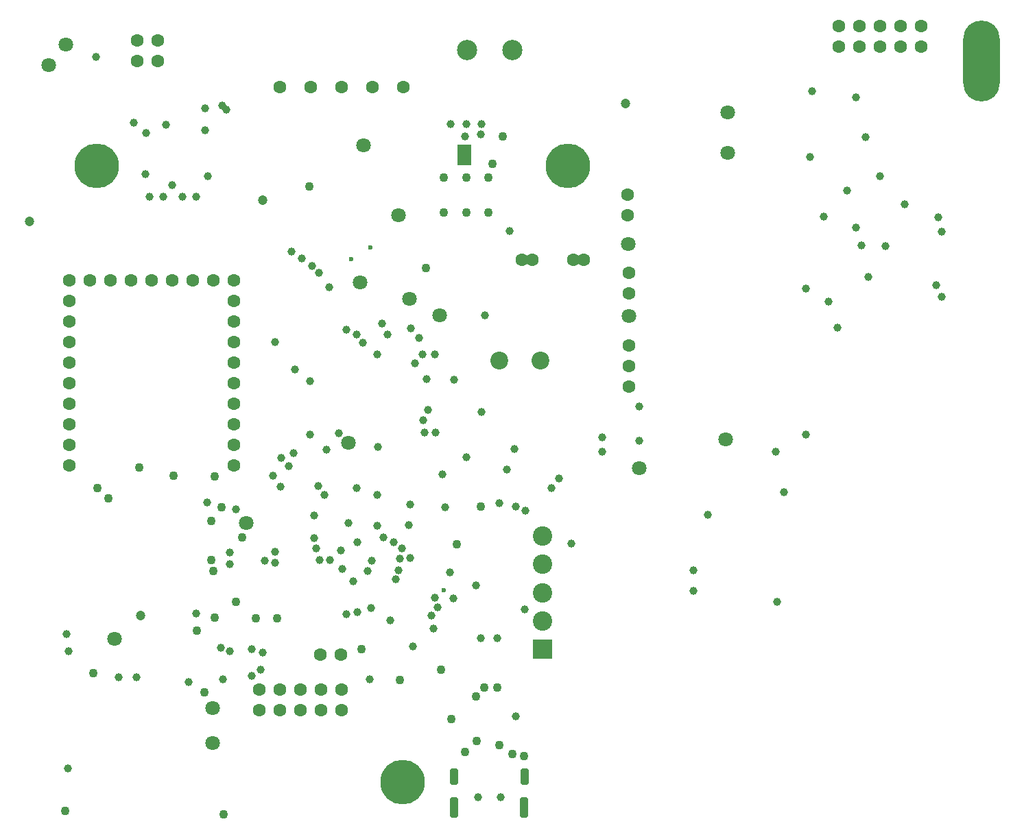
<source format=gbr>
%TF.GenerationSoftware,KiCad,Pcbnew,7.0.8*%
%TF.CreationDate,2024-06-17T23:50:33+02:00*%
%TF.ProjectId,Stima V4 Master,5374696d-6120-4563-9420-4d6173746572,rev?*%
%TF.SameCoordinates,Original*%
%TF.FileFunction,Copper,L5,Inr*%
%TF.FilePolarity,Positive*%
%FSLAX46Y46*%
G04 Gerber Fmt 4.6, Leading zero omitted, Abs format (unit mm)*
G04 Created by KiCad (PCBNEW 7.0.8) date 2024-06-17 23:50:33*
%MOMM*%
%LPD*%
G01*
G04 APERTURE LIST*
G04 Aperture macros list*
%AMRoundRect*
0 Rectangle with rounded corners*
0 $1 Rounding radius*
0 $2 $3 $4 $5 $6 $7 $8 $9 X,Y pos of 4 corners*
0 Add a 4 corners polygon primitive as box body*
4,1,4,$2,$3,$4,$5,$6,$7,$8,$9,$2,$3,0*
0 Add four circle primitives for the rounded corners*
1,1,$1+$1,$2,$3*
1,1,$1+$1,$4,$5*
1,1,$1+$1,$6,$7*
1,1,$1+$1,$8,$9*
0 Add four rect primitives between the rounded corners*
20,1,$1+$1,$2,$3,$4,$5,0*
20,1,$1+$1,$4,$5,$6,$7,0*
20,1,$1+$1,$6,$7,$8,$9,0*
20,1,$1+$1,$8,$9,$2,$3,0*%
G04 Aperture macros list end*
%TA.AperFunction,ComponentPad*%
%ADD10O,4.500000X10.000000*%
%TD*%
%TA.AperFunction,ComponentPad*%
%ADD11C,5.500000*%
%TD*%
%TA.AperFunction,ComponentPad*%
%ADD12C,1.800000*%
%TD*%
%TA.AperFunction,ComponentPad*%
%ADD13R,2.400000X2.400000*%
%TD*%
%TA.AperFunction,ComponentPad*%
%ADD14C,2.400000*%
%TD*%
%TA.AperFunction,ComponentPad*%
%ADD15C,1.600000*%
%TD*%
%TA.AperFunction,ComponentPad*%
%ADD16RoundRect,0.250000X-0.250000X0.750000X-0.250000X-0.750000X0.250000X-0.750000X0.250000X0.750000X0*%
%TD*%
%TA.AperFunction,ComponentPad*%
%ADD17RoundRect,0.250000X-0.250000X1.000000X-0.250000X-1.000000X0.250000X-1.000000X0.250000X1.000000X0*%
%TD*%
%TA.AperFunction,ComponentPad*%
%ADD18C,1.000000*%
%TD*%
%TA.AperFunction,ComponentPad*%
%ADD19C,0.600000*%
%TD*%
%TA.AperFunction,ComponentPad*%
%ADD20R,1.800000X2.600000*%
%TD*%
%TA.AperFunction,ComponentPad*%
%ADD21C,1.200000*%
%TD*%
%TA.AperFunction,ComponentPad*%
%ADD22C,2.200000*%
%TD*%
%TA.AperFunction,ComponentPad*%
%ADD23C,2.500000*%
%TD*%
%TA.AperFunction,ViaPad*%
%ADD24C,1.000000*%
%TD*%
%TA.AperFunction,ViaPad*%
%ADD25C,1.100000*%
%TD*%
%TA.AperFunction,ViaPad*%
%ADD26C,0.600000*%
%TD*%
%TA.AperFunction,ViaPad*%
%ADD27C,1.200000*%
%TD*%
G04 APERTURE END LIST*
D10*
%TO.N,unconnected-(A3-A-Pad1)*%
%TO.C,A3*%
X204203900Y-60769980D03*
%TD*%
D11*
%TO.N,unconnected-(A4-A-Pad1)*%
%TO.C,A4*%
X94983180Y-73698100D03*
%TD*%
%TO.N,unconnected-(A1-A-Pad1)*%
%TO.C,A1*%
X153124020Y-73698100D03*
%TD*%
%TO.N,unconnected-(A2-A-Pad1)*%
%TO.C,A2*%
X132702180Y-149771100D03*
%TD*%
D12*
%TO.N,GND*%
%TO.C,GND1*%
X160541790Y-83363940D03*
%TD*%
%TO.N,PB14{slash}I2C2_SDA*%
%TO.C,TP9*%
X109233790Y-144958940D03*
%TD*%
D13*
%TO.N,Net-(FIL4-Pad2)*%
%TO.C,J5*%
X149950380Y-133411900D03*
D14*
%TO.N,Net-(FIL2-Pad2)*%
X149950380Y-129911900D03*
%TO.N,Net-(FIL5-Pad2)*%
X149950380Y-126411900D03*
%TO.N,Net-(FIL3-Pad2)*%
X149950380Y-122911900D03*
%TO.N,EGND*%
X149950380Y-119411900D03*
%TD*%
D15*
%TO.N,/Stima V4 Master_Can_RS232/USART2_RX*%
%TO.C,JP3*%
X160617260Y-95872300D03*
%TO.N,PD6{slash}232_RX*%
X160617260Y-98412300D03*
%TO.N,Net-(U9-RO1)*%
X160617260Y-100952300D03*
%TD*%
D12*
%TO.N,Net-(U1A-PE10)*%
%TO.C,TP7*%
X125997790Y-107874940D03*
%TD*%
D15*
%TO.N,+5V*%
%TO.C,J7*%
X115049180Y-140881100D03*
%TO.N,PB10{slash}I2C2_SCL*%
X115049180Y-138341100D03*
%TO.N,GND*%
X117589180Y-140881100D03*
%TO.N,PB14{slash}I2C2_SDA*%
X117589180Y-138341100D03*
%TO.N,ENC_A*%
X120129180Y-140881100D03*
%TO.N,-RES_DISP*%
X120129180Y-138341100D03*
%TO.N,ENC_B*%
X122669180Y-140881100D03*
%TO.N,unconnected-(J7-Pad8)*%
X122669180Y-138341100D03*
%TO.N,KEY1*%
X125209180Y-140881100D03*
%TO.N,EN+5VE*%
X125209180Y-138341100D03*
%TD*%
D12*
%TO.N,Net-(U1A-PA8)*%
%TO.C,MCO1*%
X113424790Y-117780940D03*
%TD*%
D16*
%TO.N,*%
%TO.C,J6*%
X139101780Y-149110700D03*
D17*
X139101780Y-152920700D03*
D18*
X142021580Y-151625300D03*
X144816780Y-151625300D03*
D17*
X147737780Y-152920700D03*
D16*
X147763180Y-149110700D03*
%TD*%
D19*
%TO.N,GND*%
%TO.C,U12*%
X139840980Y-71417500D03*
X139840980Y-72306500D03*
X139840980Y-73195500D03*
X140348980Y-71417500D03*
D20*
X140348980Y-72306500D03*
D19*
X140348980Y-73195500D03*
X140856980Y-71417500D03*
X140856980Y-72306500D03*
X140856980Y-73195500D03*
%TD*%
D12*
%TO.N,BUZZER*%
%TO.C,TP2*%
X137300790Y-92126940D03*
%TD*%
D15*
%TO.N,Net-(JP2-Pad1)*%
%TO.C,JP2*%
X102476180Y-60742500D03*
%TO.N,/Stima V4 Master_Can_RS232/CANL*%
X99936180Y-60742500D03*
%TD*%
D12*
%TO.N,+3V3D*%
%TO.C,+3V3D1*%
X172809020Y-67094100D03*
%TD*%
%TO.N,PB10{slash}I2C2_SCL*%
%TO.C,TP8*%
X109233790Y-140640940D03*
%TD*%
%TO.N,+3V3SDC*%
%TO.C,+3V3SDC1*%
X97168790Y-132131940D03*
%TD*%
%TO.N,PD6{slash}232_RX*%
%TO.C,TP6*%
X160642180Y-92240100D03*
%TD*%
D21*
%TO.N,Net-(DL1-K)*%
%TO.C,J8*%
X160261180Y-65951100D03*
%TD*%
D12*
%TO.N,CAN1_RX*%
%TO.C,TP4*%
X91173180Y-58712100D03*
%TD*%
%TO.N,+5V*%
%TO.C,+5V1*%
X132169020Y-79794100D03*
%TD*%
D15*
%TO.N,Net-(BATT1-Pad1)*%
%TO.C,BATT1*%
X160642180Y-89446100D03*
%TO.N,Net-(U1B-VBAT)*%
X160642180Y-86906100D03*
%TD*%
%TO.N,+5V*%
%TO.C,BZ1*%
X155080780Y-85268940D03*
X153810780Y-85268940D03*
%TO.N,Net-(BZ1--)*%
X148730780Y-85268940D03*
X147460780Y-85268940D03*
%TD*%
D12*
%TO.N,/Stima V4 Master_Display&SDC/+12VD*%
%TO.C,+12VD1*%
X172809020Y-72047100D03*
%TD*%
%TO.N,CAN1_TX*%
%TO.C,TP3*%
X89014180Y-61252100D03*
%TD*%
D15*
%TO.N,+5V*%
%TO.C,JP4*%
X160490020Y-79794100D03*
%TO.N,Net-(JP4-Pad2)*%
X160490020Y-77254100D03*
%TD*%
%TO.N,/Stima V4 Master_Can_RS232/CANH*%
%TO.C,JP1*%
X99936180Y-58204100D03*
%TO.N,Net-(JP1-Pad2)*%
X102476180Y-58204100D03*
%TD*%
D22*
%TO.N,Net-(C15-Pad1)*%
%TO.C,C15*%
X149746790Y-97714940D03*
%TO.N,GND*%
X144666710Y-97715020D03*
%TD*%
D23*
%TO.N,Net-(D1-A)*%
%TO.C,J9*%
X146291900Y-59372980D03*
%TO.N,EGND*%
X140703900Y-59372980D03*
%TD*%
D15*
%TO.N,+5V*%
%TO.C,U8*%
X91529020Y-110655100D03*
%TO.N,+3V3*%
X91529020Y-108115100D03*
%TO.N,SPI1_NSS*%
X91529020Y-105575100D03*
%TO.N,UPIN27_D8*%
X91529020Y-103035100D03*
%TO.N,UPIN27_D9*%
X91529020Y-100495100D03*
%TO.N,UPIN27_D10*%
X91529020Y-97955100D03*
%TO.N,SPI1_MOSI*%
X91529020Y-95415100D03*
%TO.N,SPI1_MISO*%
X91529020Y-92875100D03*
%TO.N,SPI1_CLK*%
X91529020Y-90335100D03*
%TO.N,unconnected-(U8-REF-Pad10)*%
X91529020Y-87795100D03*
%TO.N,UPIN27_PC4*%
X94069020Y-87795100D03*
%TO.N,UPIN27_PC0*%
X96609020Y-87795100D03*
%TO.N,UPIN27_PC3*%
X99149020Y-87795100D03*
%TO.N,unconnected-(U8-A3-Pad14)*%
X101689020Y-87795100D03*
%TO.N,I2C1_SDA*%
X104229020Y-87795100D03*
%TO.N,I2C1_SCL*%
X106769020Y-87795100D03*
%TO.N,unconnected-(U8-A6-Pad17)*%
X109309020Y-87795100D03*
%TO.N,unconnected-(U8-A7-Pad18)*%
X111849020Y-87795100D03*
%TO.N,/Stima V4 Master_Can_RS232/USART2_RX*%
X111849020Y-90335100D03*
%TO.N,PD5{slash}232_TX*%
X111849020Y-92875100D03*
%TO.N,USART1_RX*%
X111849020Y-95415100D03*
%TO.N,USART1_TX*%
X111849020Y-97955100D03*
%TO.N,UPIN27_D4*%
X111849020Y-100495100D03*
%TO.N,UPIN27_D5*%
X111849020Y-103035100D03*
%TO.N,UPIN27_D6*%
X111849020Y-105575100D03*
%TO.N,/Stima V4 Master_Can_RS232/RST*%
X111849020Y-108115100D03*
%TO.N,GND*%
X111849020Y-110655100D03*
%TD*%
D12*
%TO.N,+3V3*%
%TO.C,+3V3*%
X133603950Y-90146710D03*
%TD*%
D15*
%TO.N,Net-(U1B-PH3{slash}BOOT0)*%
%TO.C,BOOT1*%
X125108790Y-134036940D03*
%TO.N,+3V3*%
X122568790Y-134036940D03*
%TD*%
D12*
%TO.N,Net-(D2-K)*%
%TO.C,+5VM1*%
X127470020Y-88049100D03*
%TD*%
D15*
%TO.N,+5V*%
%TO.C,J7'1*%
X186525020Y-56426100D03*
%TO.N,PB10{slash}I2C2_SCL*%
X186525020Y-58966100D03*
%TO.N,GND*%
X189065020Y-56426100D03*
%TO.N,PB14{slash}I2C2_SDA*%
X189065020Y-58966100D03*
%TO.N,ENC_A*%
X191605020Y-56426100D03*
%TO.N,-RES_DISP*%
X191605020Y-58966100D03*
%TO.N,ENC_B*%
X194145020Y-56426100D03*
%TO.N,unconnected-(J7'1-Pad8)*%
X194145020Y-58966100D03*
%TO.N,KEY1*%
X196685020Y-56426100D03*
%TO.N,EN+5VE*%
X196685020Y-58966100D03*
%TD*%
D12*
%TO.N,PD5{slash}232_TX*%
%TO.C,TP5*%
X161938790Y-111049940D03*
%TD*%
%TO.N,EN+5VE*%
%TO.C,TP1*%
X172555020Y-107480100D03*
%TD*%
D15*
%TO.N,/Stima V4 Master_Can_RS232/CANL*%
%TO.C,J4*%
X132804020Y-63919100D03*
%TO.N,EGND*%
X128994020Y-63919100D03*
%TO.N,+AL*%
X125184020Y-63919100D03*
%TO.N,EGND*%
X121374020Y-63919100D03*
%TO.N,/Stima V4 Master_Can_RS232/CANH*%
X117564020Y-63919100D03*
%TD*%
D12*
%TO.N,+12V*%
%TO.C,+12V1*%
X127851020Y-71158100D03*
%TD*%
D24*
%TO.N,SDMMC1_CK*%
X123076790Y-114351940D03*
X123711790Y-122352940D03*
%TO.N,GND*%
X191656790Y-74981940D03*
X186398020Y-93637100D03*
D25*
X127648790Y-133401940D03*
D24*
X183020790Y-72568940D03*
D25*
X140626980Y-79438500D03*
D24*
X142481180Y-68491100D03*
X178905020Y-127546100D03*
D25*
X137832980Y-75120500D03*
X143293980Y-75120500D03*
X137832980Y-79438500D03*
D24*
X161938790Y-107620940D03*
X97676790Y-136830940D03*
D25*
X139407780Y-120383300D03*
D24*
X108318180Y-66586100D03*
X136766180Y-106591100D03*
X141745790Y-125527940D03*
X188684020Y-81318100D03*
X101474020Y-77481490D03*
D25*
X142380790Y-115748940D03*
D24*
X133998790Y-133020940D03*
X189878790Y-70155940D03*
D25*
X108217790Y-138735940D03*
D24*
X140449180Y-70013500D03*
D25*
X114567790Y-129591940D03*
D24*
X121298790Y-106858940D03*
D25*
X135559990Y-86311310D03*
X94501790Y-136322940D03*
X100216790Y-110922940D03*
X147688180Y-146596100D03*
D24*
X178778020Y-109004100D03*
X138570790Y-123876940D03*
X103506020Y-68591490D03*
X119393790Y-98857940D03*
X146545900Y-108648980D03*
X136665790Y-96952940D03*
X99555180Y-68364100D03*
X142888790Y-92126940D03*
X91199790Y-131496940D03*
X168618020Y-126149100D03*
X140576180Y-68491100D03*
X142354180Y-69761100D03*
D25*
X109106790Y-117526940D03*
D24*
X182461020Y-88811100D03*
D25*
X91046180Y-153327100D03*
D24*
X146698790Y-141656940D03*
D25*
X138697790Y-142037940D03*
X121195980Y-76263500D03*
X140626980Y-75120500D03*
D24*
X138671180Y-68491100D03*
D25*
X143293980Y-79438500D03*
D26*
X128766780Y-83729500D03*
X126328380Y-85202700D03*
D25*
X110629580Y-153809700D03*
D24*
X199225020Y-89827100D03*
X107189020Y-77481490D03*
%TO.N,EGND*%
X110985180Y-66713100D03*
X110477180Y-66205100D03*
X94856180Y-60236100D03*
D25*
%TO.N,-RESET*%
X110376790Y-115875940D03*
D24*
X129553790Y-118161940D03*
X129553790Y-114351940D03*
D25*
X109487790Y-112065940D03*
D24*
X131204790Y-129845940D03*
%TO.N,+12V*%
X108318180Y-69253100D03*
%TO.N,+5V*%
X194704790Y-78410940D03*
D27*
X86627790Y-80569940D03*
D24*
X103125020Y-77481490D03*
D27*
X115430180Y-77889100D03*
D24*
X145936790Y-81712940D03*
D27*
X100343790Y-129210940D03*
D24*
X183274790Y-64440940D03*
%TO.N,+3V3*%
X139078790Y-100127940D03*
X119266790Y-109144940D03*
D25*
X132347790Y-137211940D03*
D24*
X161938790Y-103429940D03*
X115710790Y-122479940D03*
D25*
X117234790Y-129591940D03*
D24*
X107201790Y-128956940D03*
X121298790Y-100254940D03*
D25*
X104407790Y-111938940D03*
D24*
X135395790Y-106604940D03*
X145555790Y-111176940D03*
X105538020Y-77481490D03*
D26*
X137834580Y-126122100D03*
D24*
X136538790Y-130861940D03*
X137935790Y-115875940D03*
%TO.N,+3V3D*%
X199225020Y-81826100D03*
X192279020Y-83577490D03*
D25*
%TO.N,3V3USB*%
X137427790Y-135941940D03*
X112154790Y-127559940D03*
D24*
%TO.N,EN+5VE*%
X188684020Y-65189100D03*
X132347790Y-122225940D03*
X187592790Y-76759940D03*
X182461020Y-106845100D03*
%TO.N,ENC_A*%
X131839790Y-124765940D03*
X170396020Y-116751100D03*
%TO.N,ENC_B*%
X179794020Y-113957100D03*
X132220790Y-123622940D03*
%TO.N,KEY1*%
X133617790Y-122098940D03*
X168618020Y-123609100D03*
X128664790Y-137084940D03*
%TO.N,SDMMC1_D3*%
X122314790Y-113208940D03*
X115202790Y-135941940D03*
X115456790Y-133782940D03*
X122441790Y-122352940D03*
%TO.N,SDMMC1_D0*%
X111392790Y-122860940D03*
X121806790Y-119685940D03*
X111392790Y-133592440D03*
%TO.N,+3V3SDC*%
X99835790Y-136830940D03*
X106312790Y-137402440D03*
X91453790Y-133655940D03*
%TO.N,/Stima V4 Master_Display&SDC/+12VD*%
X185255020Y-90462100D03*
X198590020Y-88430100D03*
X184671790Y-79934940D03*
%TO.N,Net-(U1B-VBAT)*%
X138951790Y-127115440D03*
D25*
%TO.N,Net-(FIL7-VBUS{slash}ID)*%
X144412790Y-138100940D03*
X146291180Y-146342100D03*
X140449180Y-146088100D03*
%TO.N,Net-(U12-BIAS)*%
X143801980Y-73469500D03*
X145071980Y-70040500D03*
D24*
%TO.N,-RES_DISP*%
X198844020Y-80048100D03*
X118631790Y-110795940D03*
%TO.N,PB10{slash}I2C2_SCL*%
X189319020Y-83477100D03*
X116726790Y-111938940D03*
%TO.N,PB14{slash}I2C2_SDA*%
X117615790Y-113335940D03*
X117742790Y-109779940D03*
X190208020Y-87414100D03*
%TO.N,Net-(U9-DO1)*%
X142380790Y-132004940D03*
X157366790Y-107239940D03*
%TO.N,Net-(U9-DO2)*%
X152006900Y-112331980D03*
X153505020Y-120307100D03*
%TO.N,Net-(U9-RIN1)*%
X157315020Y-109004100D03*
X144386900Y-132016980D03*
%TO.N,Net-(U9-RIN2)*%
X147815900Y-128460980D03*
X151092020Y-113449100D03*
%TO.N,SD_DTC*%
X110503790Y-137084940D03*
X91427180Y-148120100D03*
X108598790Y-115240940D03*
%TO.N,SDMMC1_D2*%
X114059790Y-133401940D03*
X114059790Y-136703940D03*
%TO.N,SDMMC1_D1*%
X112154790Y-116129940D03*
X110249790Y-133211440D03*
D25*
%TO.N,Net-(FIL7-IN1-)*%
X141846180Y-144691100D03*
X144640180Y-145199100D03*
D24*
%TO.N,PA11{slash}USB_DM*%
X116980790Y-121336940D03*
D25*
X142761790Y-138100940D03*
D24*
%TO.N,PA12{slash}USB_DP*%
X116980790Y-122733940D03*
D25*
X141745790Y-139243940D03*
D24*
%TO.N,/Stima V4 Master_Cpu/PB3{slash}SWO*%
X111392790Y-121463940D03*
X127140790Y-120193940D03*
D25*
%TO.N,/Stima V4 Master_Cpu/USART4_TX*%
X109106790Y-122352940D03*
D24*
X125997790Y-117780940D03*
D25*
%TO.N,/Stima V4 Master_Cpu/PA14{slash}SWCLK*%
X109487790Y-129464940D03*
X109360790Y-123749940D03*
%TO.N,/Stima V4 Master_Cpu/USART4_RX*%
X112916790Y-119558940D03*
D24*
X121806790Y-116891940D03*
%TO.N,PD6{slash}232_RX*%
X136665790Y-127051940D03*
X142481180Y-104051100D03*
X128791790Y-128321940D03*
%TO.N,BUZZER*%
X140602790Y-109652940D03*
%TO.N,/Stima V4 Master_Cpu/PA2{slash}F_-CS*%
X135649790Y-100000940D03*
X137655180Y-111798100D03*
%TO.N,CAN1_TX*%
X120231020Y-85128100D03*
X100952180Y-74714100D03*
X125235790Y-123495940D03*
%TO.N,CAN1_RX*%
X121501020Y-86017100D03*
X104268020Y-76084490D03*
X125108790Y-121209940D03*
%TO.N,PD5{slash}232_TX*%
X126632790Y-125019940D03*
X144666790Y-115367940D03*
X125743790Y-93904940D03*
X127013790Y-113462940D03*
%TO.N,UPIN27_PC0*%
X133744790Y-93777940D03*
X133490790Y-118034940D03*
%TO.N,UPIN27_PC3*%
X133617790Y-115494940D03*
X134709020Y-94907100D03*
%TO.N,SPI1_NSS*%
X135242180Y-105067100D03*
X134252790Y-98095940D03*
%TO.N,SPI1_CLK*%
X135877180Y-103797100D03*
X135141790Y-96952940D03*
%TO.N,UPIN27_PC4*%
X123660020Y-88684100D03*
X129680790Y-108382940D03*
%TO.N,EN_CAN*%
X122390020Y-86906100D03*
X108699180Y-74968100D03*
X124803020Y-106718100D03*
%TO.N,STB_CAN*%
X101079180Y-69634100D03*
X123279020Y-108750100D03*
X118961020Y-84239100D03*
D25*
%TO.N,UPIN27_D8*%
X95009790Y-113462940D03*
%TO.N,UPIN27_D9*%
X96406790Y-114732940D03*
D24*
%TO.N,USART1_RX*%
X122060790Y-120955940D03*
X116980790Y-95428940D03*
D25*
%TO.N,UPIN27_D10*%
X107328790Y-131115940D03*
D24*
%TO.N,PD3{slash}232_CTS*%
X136284790Y-129210940D03*
X147841790Y-116256940D03*
X125743790Y-129083940D03*
%TO.N,PD4{slash}232_RTS*%
X146698790Y-115748940D03*
X127140790Y-128829940D03*
X137046790Y-128194940D03*
%TO.N,SPI1_MISO*%
X128410790Y-123749940D03*
X127013790Y-94539940D03*
%TO.N,SPI1_MOSI*%
X127775790Y-95555940D03*
X128918790Y-122479940D03*
%TO.N,USART1_TX*%
X129553790Y-96952940D03*
X130315790Y-119558940D03*
%TO.N,I2C1_SDA*%
X130188790Y-93142940D03*
X131585790Y-120193940D03*
%TO.N,I2C1_SCL*%
X130823790Y-94539940D03*
X132601790Y-120955940D03*
%TD*%
M02*

</source>
